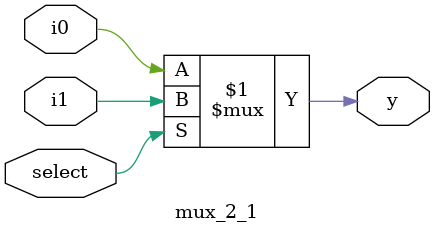
<source format=v>
module mux_2_1(
    input select,i0,i1,
    output y);

    assign y = select? i1 : i0;
    
endmodule

</source>
